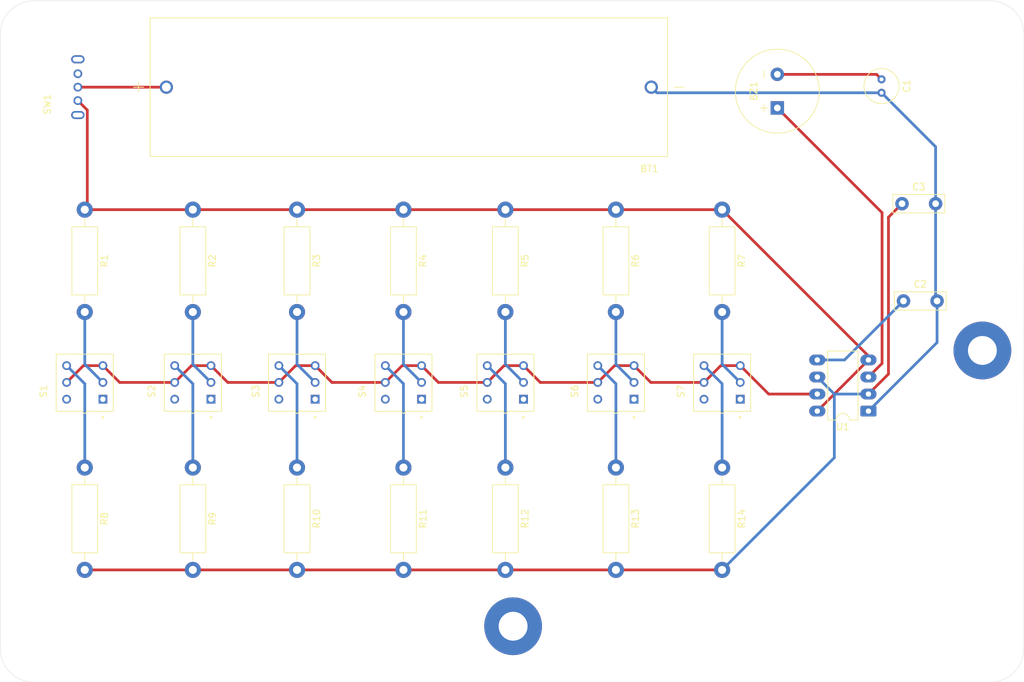
<source format=kicad_pcb>
(kicad_pcb (version 20241229) (generator "pcbnew") (generator_version "9.0")
  (layers (0 "F.Cu" signal) (2 "B.Cu" signal) (13 "F.Paste" user) (15 "B.Paste" user) (5 "F.SilkS" user "F.Silkscreen") (7 "B.SilkS" user "B.Silkscreen") (1 "F.Mask" user) (3 "B.Mask" user) (25 "Edge.Cuts" user))
  (net 0 "")
  (net 1 "GND")
  (net 2 "Net-(BZ1-+)")
  (net 3 "Net-(BZ1--)")
  (net 4 "Net-(U1-CV)")
  (net 5 "Net-(U1-THR)")
  (net 6 "Net-(R1-Pad2)")
  (net 7 "Net-(R3-Pad2)")
  (net 8 "Net-(R5-Pad2)")
  (net 9 "Net-(R7-Pad2)")
  (net 10 "Net-(R8-Pad1)")
  (net 11 "Net-(R10-Pad1)")
  (net 12 "Net-(R12-Pad1)")
  (net 13 "Net-(R14-Pad1)")
  (net 14 "Net-(U1-DIS)")
  (net 29 "Net-(SW1-B)")
  (net 30 "Net-(SW1-C)")
  (net 31 "Net-(R2-Pad2)")
  (net 32 "Net-(R4-Pad2)")
  (net 33 "Net-(R6-Pad2)")
  (net 34 "Net-(R9-Pad1)")
  (net 35 "Net-(R11-Pad1)")
  (net 36 "Net-(R13-Pad1)")
  (footprint "1043:BAT_1043" (layer "F.Cu") (at 73.01 24.85 180)
    (property "Reference" "BT1" (at -35.825 -12.135 0) (layer "F.SilkS"))
    (property "Value" "1043")
    (fp_line (start 40.25 0.75) (end 40.25 -0.75) (stroke (width 0.127)) (layer "F.SilkS"))
    (fp_line (start 39.5 0) (end 41 0) (stroke (width 0.127)) (layer "F.SilkS"))
    (fp_line (start 38.525 10.325) (end 38.525 -10.325) (stroke (width 0.127)) (layer "F.SilkS"))
    (fp_line (start 38.525 -10.325) (end -38.525 -10.325) (stroke (width 0.127)) (layer "F.SilkS"))
    (fp_line (start -38.525 10.325) (end 38.525 10.325) (stroke (width 0.127)) (layer "F.SilkS"))
    (fp_line (start -38.525 -10.325) (end -38.525 10.325) (stroke (width 0.127)) (layer "F.SilkS"))
    (fp_line (start -39.5 0) (end -41 0) (stroke (width 0.127)) (layer "F.SilkS"))
    (pad "" np_thru_hole circle (at -27.29 7.87 180) (size 3.55 3.55) (drill 3.55) (layers "*.Cu" "*.Mask"))
    (pad "" np_thru_hole circle (at 27.91 -7.87 180) (size 3.55 3.55) (drill 3.55) (layers "*.Cu" "*.Mask"))
    (pad "" np_thru_hole circle (at 36.11 7.87 180) (size 2.39 2.39) (drill 2.39) (layers "*.Cu" "*.Mask"))
    (pad "N" thru_hole circle (at -36.11 0 180) (size 1.98 1.98) (drill 1.32) (layers "*.Cu" "*.Mask") (net 1 "GND"))
    (pad "P" thru_hole circle (at 36.11 0 180) (size 1.98 1.98) (drill 1.32) (layers "*.Cu" "*.Mask") (net 29 "Net-(SW1-B)"))
  )
  (footprint "TL2201EEYA:SW_TL2201EEYA" (layer "F.Cu") (at 119.67 68.87 90)
    (property "Reference" "S7" (at -1.275 -6.135 90) (layer "F.SilkS"))
    (property "Value" "TL2201EEYA")
    (fp_line (start 4.25 -4.25) (end -4.25 -4.25) (stroke (width 0.127)) (layer "F.SilkS"))
    (fp_line (start -4.25 -4.25) (end -4.25 -0.3) (stroke (width 0.127)) (layer "F.SilkS"))
    (fp_line (start 4.25 4.25) (end 4.25 -4.25) (stroke (width 0.127)) (layer "F.SilkS"))
    (fp_line (start -4.25 4.25) (end -4.25 0.3) (stroke (width 0.127)) (layer "F.SilkS"))
    (fp_line (start -4.25 4.25) (end 4.25 4.25) (stroke (width 0.127)) (layer "F.SilkS"))
    (fp_arc (start -4.55 0) (mid -4.462132 -0.212132) (end -4.25 -0.3) (stroke (width 0.127)) (layer "F.SilkS"))
    (fp_arc (start -4.25 0.3) (mid -4.462132 0.212132) (end -4.55 0) (stroke (width 0.127)) (layer "F.SilkS"))
    (fp_circle (center -5.15 2.7) (end -5.05 2.7) (stroke (width 0.2)) (fill no) (layer "F.SilkS"))
    (pad "1" thru_hole rect (at -2.45 2.7 90) (size 1.308 1.308) (drill 0.8) (layers "*.Cu" "*.Mask"))
    (pad "2" thru_hole circle (at 0.05 2.7 90) (size 1.308 1.308) (drill 0.8) (layers "*.Cu" "*.Mask") (net 9 "Net-(R7-Pad2)"))
    (pad "3" thru_hole circle (at 2.55 2.7 90) (size 1.308 1.308) (drill 0.8) (layers "*.Cu" "*.Mask") (net 14 "Net-(U1-DIS)"))
    (pad "4" thru_hole circle (at -2.45 -2.7 90) (size 1.308 1.308) (drill 0.8) (layers "*.Cu" "*.Mask"))
    (pad "5" thru_hole circle (at 0.05 -2.7 90) (size 1.308 1.308) (drill 0.8) (layers "*.Cu" "*.Mask") (net 14 "Net-(U1-DIS)"))
    (pad "6" thru_hole circle (at 2.55 -2.7 90) (size 1.308 1.308) (drill 0.8) (layers "*.Cu" "*.Mask") (net 13 "Net-(R14-Pad1)"))
  )
  (footprint "Resistor_THT:R_Axial_DIN0411_L9.9mm_D3.6mm_P15.24mm_Horizontal" (layer "F.Cu") (at 40.845 81.5 -90)
    (property "Reference" "R9" (at 7.62 -2.92 90) (layer "F.SilkS"))
    (property "Value" "24k")
    (fp_line (start 1.44 0) (end 2.55 0) (stroke (width 0.12)) (layer "F.SilkS"))
    (fp_line (start 13.8 0) (end 12.69 0) (stroke (width 0.12)) (layer "F.SilkS"))
    (fp_rect (start 2.55 -1.92) (end 12.69 1.92) (stroke (width 0.12)) (fill no) (layer "F.SilkS"))
    (pad "1" thru_hole circle (at 0 0 270) (size 2.4 2.4) (drill 1.2) (layers "*.Cu" "*.Mask") (net 34 "Net-(R9-Pad1)"))
    (pad "2" thru_hole circle (at 15.24 0 270) (size 2.4 2.4) (drill 1.2) (layers "*.Cu" "*.Mask") (net 5 "Net-(U1-THR)"))
  )
  (footprint "Resistor_THT:R_Axial_DIN0411_L9.9mm_D3.6mm_P15.24mm_Horizontal" (layer "F.Cu") (at 24.75 43.09 -90)
    (property "Reference" "R1" (at 7.62 -2.92 90) (layer "F.SilkS"))
    (property "Value" "910")
    (fp_line (start 1.44 0) (end 2.55 0) (stroke (width 0.12)) (layer "F.SilkS"))
    (fp_line (start 13.8 0) (end 12.69 0) (stroke (width 0.12)) (layer "F.SilkS"))
    (fp_rect (start 2.55 -1.92) (end 12.69 1.92) (stroke (width 0.12)) (fill no) (layer "F.SilkS"))
    (pad "1" thru_hole circle (at 0 0 270) (size 2.4 2.4) (drill 1.2) (layers "*.Cu" "*.Mask") (net 30 "Net-(SW1-C)"))
    (pad "2" thru_hole circle (at 15.24 0 270) (size 2.4 2.4) (drill 1.2) (layers "*.Cu" "*.Mask") (net 6 "Net-(R1-Pad2)"))
  )
  (footprint "Swadge-Parts:1825232-1" (layer "F.Cu") (at 23.72 24.85 -90)
    (property "Reference" "SW1" (at 2.55 4.55 90) (layer "F.SilkS"))
    (property "Value" "SW_SPDT_1825232-1")
    (pad "1" thru_hole circle (at -2 0 270) (size 1.3 1.3) (drill 0.8) (layers "*.Cu" "*.Mask"))
    (pad "2" thru_hole circle (at 0 0 270) (size 1.3 1.3) (drill 0.8) (layers "*.Cu" "*.Mask") (net 29 "Net-(SW1-B)"))
    (pad "3" thru_hole circle (at 2 0 270) (size 1.3 1.3) (drill 0.8) (layers "*.Cu" "*.Mask") (net 30 "Net-(SW1-C)"))
    (pad "4" thru_hole oval (at -4.15 0 270) (size 1.2 2) (drill oval 0.7 1.5) (layers "*.Cu" "*.Mask"))
    (pad "5" thru_hole oval (at 4.15 0 270) (size 1.2 2) (drill oval 0.7 1.5) (layers "*.Cu" "*.Mask"))
  )
  (footprint "Resistor_THT:R_Axial_DIN0411_L9.9mm_D3.6mm_P15.24mm_Horizontal" (layer "F.Cu") (at 119.67 43.09 -90)
    (property "Reference" "R7" (at 7.62 -2.92 90) (layer "F.SilkS"))
    (property "Value" "910")
    (fp_line (start 1.44 0) (end 2.55 0) (stroke (width 0.12)) (layer "F.SilkS"))
    (fp_line (start 13.8 0) (end 12.69 0) (stroke (width 0.12)) (layer "F.SilkS"))
    (fp_rect (start 2.55 -1.92) (end 12.69 1.92) (stroke (width 0.12)) (fill no) (layer "F.SilkS"))
    (pad "1" thru_hole circle (at 0 0 270) (size 2.4 2.4) (drill 1.2) (layers "*.Cu" "*.Mask") (net 30 "Net-(SW1-C)"))
    (pad "2" thru_hole circle (at 15.24 0 270) (size 2.4 2.4) (drill 1.2) (layers "*.Cu" "*.Mask") (net 9 "Net-(R7-Pad2)"))
  )
  (footprint "Capacitor_THT:C_Disc_D7.5mm_W2.5mm_P5.00mm" (layer "F.Cu") (at 146.68 56.69)
    (property "Reference" "C2" (at 2.5 -2.5 0) (layer "F.SilkS"))
    (property "Value" "10n")
    (fp_line (start -1.37 -1.37) (end 6.37 -1.37) (stroke (width 0.12)) (layer "F.SilkS"))
    (fp_line (start -1.37 1.37) (end -1.37 -1.37) (stroke (width 0.12)) (layer "F.SilkS"))
    (fp_line (start 6.37 -1.37) (end 6.37 1.37) (stroke (width 0.12)) (layer "F.SilkS"))
    (fp_line (start 6.37 1.37) (end -1.37 1.37) (stroke (width 0.12)) (layer "F.SilkS"))
    (pad "1" thru_hole circle (at 0 0) (size 2 2) (drill 1) (layers "*.Cu" "*.Mask") (net 4 "Net-(U1-CV)"))
    (pad "2" thru_hole circle (at 5 0) (size 2 2) (drill 1) (layers "*.Cu" "*.Mask") (net 1 "GND"))
  )
  (footprint "Resistor_THT:R_Axial_DIN0411_L9.9mm_D3.6mm_P15.24mm_Horizontal" (layer "F.Cu") (at 72.21 81.5 -90)
    (property "Reference" "R11" (at 7.62 -2.92 90) (layer "F.SilkS"))
    (property "Value" "20k")
    (fp_line (start 1.44 0) (end 2.55 0) (stroke (width 0.12)) (layer "F.SilkS"))
    (fp_line (start 13.8 0) (end 12.69 0) (stroke (width 0.12)) (layer "F.SilkS"))
    (fp_rect (start 2.55 -1.92) (end 12.69 1.92) (stroke (width 0.12)) (fill no) (layer "F.SilkS"))
    (pad "1" thru_hole circle (at 0 0 270) (size 2.4 2.4) (drill 1.2) (layers "*.Cu" "*.Mask") (net 35 "Net-(R11-Pad1)"))
    (pad "2" thru_hole circle (at 15.24 0 270) (size 2.4 2.4) (drill 1.2) (layers "*.Cu" "*.Mask") (net 5 "Net-(U1-THR)"))
  )
  (footprint "Resistor_THT:R_Axial_DIN0411_L9.9mm_D3.6mm_P15.24mm_Horizontal" (layer "F.Cu") (at 56.36 81.5 -90)
    (property "Reference" "R10" (at 7.62 -2.92 90) (layer "F.SilkS"))
    (property "Value" "22k")
    (fp_line (start 1.44 0) (end 2.55 0) (stroke (width 0.12)) (layer "F.SilkS"))
    (fp_line (start 13.8 0) (end 12.69 0) (stroke (width 0.12)) (layer "F.SilkS"))
    (fp_rect (start 2.55 -1.92) (end 12.69 1.92) (stroke (width 0.12)) (fill no) (layer "F.SilkS"))
    (pad "1" thru_hole circle (at 0 0 270) (size 2.4 2.4) (drill 1.2) (layers "*.Cu" "*.Mask") (net 11 "Net-(R10-Pad1)"))
    (pad "2" thru_hole circle (at 15.24 0 270) (size 2.4 2.4) (drill 1.2) (layers "*.Cu" "*.Mask") (net 5 "Net-(U1-THR)"))
  )
  (footprint "TL2201EEYA:SW_TL2201EEYA" (layer "F.Cu") (at 56.36 68.87 90)
    (property "Reference" "S3" (at -1.275 -6.135 90) (layer "F.SilkS"))
    (property "Value" "TL2201EEYA")
    (fp_line (start 4.25 -4.25) (end -4.25 -4.25) (stroke (width 0.127)) (layer "F.SilkS"))
    (fp_line (start -4.25 -4.25) (end -4.25 -0.3) (stroke (width 0.127)) (layer "F.SilkS"))
    (fp_line (start 4.25 4.25) (end 4.25 -4.25) (stroke (width 0.127)) (layer "F.SilkS"))
    (fp_line (start -4.25 4.25) (end -4.25 0.3) (stroke (width 0.127)) (layer "F.SilkS"))
    (fp_line (start -4.25 4.25) (end 4.25 4.25) (stroke (width 0.127)) (layer "F.SilkS"))
    (fp_arc (start -4.55 0) (mid -4.462132 -0.212132) (end -4.25 -0.3) (stroke (width 0.127)) (layer "F.SilkS"))
    (fp_arc (start -4.25 0.3) (mid -4.462132 0.212132) (end -4.55 0) (stroke (width 0.127)) (layer "F.SilkS"))
    (fp_circle (center -5.15 2.7) (end -5.05 2.7) (stroke (width 0.2)) (fill no) (layer "F.SilkS"))
    (pad "1" thru_hole rect (at -2.45 2.7 90) (size 1.308 1.308) (drill 0.8) (layers "*.Cu" "*.Mask"))
    (pad "2" thru_hole circle (at 0.05 2.7 90) (size 1.308 1.308) (drill 0.8) (layers "*.Cu" "*.Mask") (net 7 "Net-(R3-Pad2)"))
    (pad "3" thru_hole circle (at 2.55 2.7 90) (size 1.308 1.308) (drill 0.8) (layers "*.Cu" "*.Mask") (net 14 "Net-(U1-DIS)"))
    (pad "4" thru_hole circle (at -2.45 -2.7 90) (size 1.308 1.308) (drill 0.8) (layers "*.Cu" "*.Mask"))
    (pad "5" thru_hole circle (at 0.05 -2.7 90) (size 1.308 1.308) (drill 0.8) (layers "*.Cu" "*.Mask") (net 14 "Net-(U1-DIS)"))
    (pad "6" thru_hole circle (at 2.55 -2.7 90) (size 1.308 1.308) (drill 0.8) (layers "*.Cu" "*.Mask") (net 11 "Net-(R10-Pad1)"))
  )
  (footprint "TL2201EEYA:SW_TL2201EEYA" (layer "F.Cu") (at 103.85 68.87 90)
    (property "Reference" "S6" (at -1.275 -6.135 90) (layer "F.SilkS"))
    (property "Value" "TL2201EEYA")
    (fp_line (start 4.25 -4.25) (end -4.25 -4.25) (stroke (width 0.127)) (layer "F.SilkS"))
    (fp_line (start -4.25 -4.25) (end -4.25 -0.3) (stroke (width 0.127)) (layer "F.SilkS"))
    (fp_line (start 4.25 4.25) (end 4.25 -4.25) (stroke (width 0.127)) (layer "F.SilkS"))
    (fp_line (start -4.25 4.25) (end -4.25 0.3) (stroke (width 0.127)) (layer "F.SilkS"))
    (fp_line (start -4.25 4.25) (end 4.25 4.25) (stroke (width 0.127)) (layer "F.SilkS"))
    (fp_arc (start -4.55 0) (mid -4.462132 -0.212132) (end -4.25 -0.3) (stroke (width 0.127)) (layer "F.SilkS"))
    (fp_arc (start -4.25 0.3) (mid -4.462132 0.212132) (end -4.55 0) (stroke (width 0.127)) (layer "F.SilkS"))
    (fp_circle (center -5.15 2.7) (end -5.05 2.7) (stroke (width 0.2)) (fill no) (layer "F.SilkS"))
    (pad "1" thru_hole rect (at -2.45 2.7 90) (size 1.308 1.308) (drill 0.8) (layers "*.Cu" "*.Mask"))
    (pad "2" thru_hole circle (at 0.05 2.7 90) (size 1.308 1.308) (drill 0.8) (layers "*.Cu" "*.Mask") (net 33 "Net-(R6-Pad2)"))
    (pad "3" thru_hole circle (at 2.55 2.7 90) (size 1.308 1.308) (drill 0.8) (layers "*.Cu" "*.Mask") (net 14 "Net-(U1-DIS)"))
    (pad "4" thru_hole circle (at -2.45 -2.7 90) (size 1.308 1.308) (drill 0.8) (layers "*.Cu" "*.Mask"))
    (pad "5" thru_hole circle (at 0.05 -2.7 90) (size 1.308 1.308) (drill 0.8) (layers "*.Cu" "*.Mask") (net 14 "Net-(U1-DIS)"))
    (pad "6" thru_hole circle (at 2.55 -2.7 90) (size 1.308 1.308) (drill 0.8) (layers "*.Cu" "*.Mask") (net 36 "Net-(R13-Pad1)"))
  )
  (footprint "Package_DIP:DIP-8_W7.62mm_LongPads" (layer "F.Cu") (at 141.46 73.0925 180)
    (property "Reference" "U1" (at 3.81 -2.33 0) (layer "F.SilkS"))
    (property "Value" "SA555P")
    (fp_line (start 6.06 8.95) (end 6.06 -1.33) (stroke (width 0.12)) (layer "F.SilkS"))
    (fp_line (start 6.06 -1.33) (end 4.81 -1.33) (stroke (width 0.12)) (layer "F.SilkS"))
    (fp_line (start 2.81 -1.33) (end 1.56 -1.33) (stroke (width 0.12)) (layer "F.SilkS"))
    (fp_line (start 1.56 8.95) (end 6.06 8.95) (stroke (width 0.12)) (layer "F.SilkS"))
    (fp_line (start 1.56 -1.33) (end 1.56 8.95) (stroke (width 0.12)) (layer "F.SilkS"))
    (fp_arc (start 4.81 -1.33) (mid 3.81 -0.33) (end 2.81 -1.33) (stroke (width 0.12)) (layer "F.SilkS"))
    (pad "1" thru_hole roundrect (at 0 0 180) (size 2.4 1.6) (drill 0.8) (layers "*.Cu" "*.Mask") (roundrect_rratio 0.15625) (net 1 "GND"))
    (pad "2" thru_hole oval (at 0 2.54 180) (size 2.4 1.6) (drill 0.8) (layers "*.Cu" "*.Mask") (net 5 "Net-(U1-THR)"))
    (pad "3" thru_hole oval (at 0 5.08 180) (size 2.4 1.6) (drill 0.8) (layers "*.Cu" "*.Mask") (net 3 "Net-(BZ1--)"))
    (pad "4" thru_hole oval (at 0 7.62 180) (size 2.4 1.6) (drill 0.8) (layers "*.Cu" "*.Mask") (net 30 "Net-(SW1-C)"))
    (pad "5" thru_hole oval (at 7.62 7.62 180) (size 2.4 1.6) (drill 0.8) (layers "*.Cu" "*.Mask") (net 4 "Net-(U1-CV)"))
    (pad "6" thru_hole oval (at 7.62 5.08 180) (size 2.4 1.6) (drill 0.8) (layers "*.Cu" "*.Mask") (net 5 "Net-(U1-THR)"))
    (pad "7" thru_hole oval (at 7.62 2.54 180) (size 2.4 1.6) (drill 0.8) (layers "*.Cu" "*.Mask") (net 14 "Net-(U1-DIS)"))
    (pad "8" thru_hole oval (at 7.62 0 180) (size 2.4 1.6) (drill 0.8) (layers "*.Cu" "*.Mask") (net 30 "Net-(SW1-C)"))
  )
  (footprint "Resistor_THT:R_Axial_DIN0411_L9.9mm_D3.6mm_P15.24mm_Horizontal" (layer "F.Cu") (at 119.67 81.5 -90)
    (property "Reference" "R14" (at 7.62 -2.92 90) (layer "F.SilkS"))
    (property "Value" "14k")
    (fp_line (start 1.44 0) (end 2.55 0) (stroke (width 0.12)) (layer "F.SilkS"))
    (fp_line (start 13.8 0) (end 12.69 0) (stroke (width 0.12)) (layer "F.SilkS"))
    (fp_rect (start 2.55 -1.92) (end 12.69 1.92) (stroke (width 0.12)) (fill no) (layer "F.SilkS"))
    (pad "1" thru_hole circle (at 0 0 270) (size 2.4 2.4) (drill 1.2) (layers "*.Cu" "*.Mask") (net 13 "Net-(R14-Pad1)"))
    (pad "2" thru_hole circle (at 15.24 0 270) (size 2.4 2.4) (drill 1.2) (layers "*.Cu" "*.Mask") (net 5 "Net-(U1-THR)"))
  )
  (footprint "TL2201EEYA:SW_TL2201EEYA" (layer "F.Cu") (at 24.75 68.87 90)
    (property "Reference" "S1" (at -1.275 -6.135 90) (layer "F.SilkS"))
    (property "Value" "TL2201EEYA")
    (fp_line (start 4.25 -4.25) (end -4.25 -4.25) (stroke (width 0.127)) (layer "F.SilkS"))
    (fp_line (start -4.25 -4.25) (end -4.25 -0.3) (stroke (width 0.127)) (layer "F.SilkS"))
    (fp_line (start 4.25 4.25) (end 4.25 -4.25) (stroke (width 0.127)) (layer "F.SilkS"))
    (fp_line (start -4.25 4.25) (end -4.25 0.3) (stroke (width 0.127)) (layer "F.SilkS"))
    (fp_line (start -4.25 4.25) (end 4.25 4.25) (stroke (width 0.127)) (layer "F.SilkS"))
    (fp_arc (start -4.55 0) (mid -4.462132 -0.212132) (end -4.25 -0.3) (stroke (width 0.127)) (layer "F.SilkS"))
    (fp_arc (start -4.25 0.3) (mid -4.462132 0.212132) (end -4.55 0) (stroke (width 0.127)) (layer "F.SilkS"))
    (fp_circle (center -5.15 2.7) (end -5.05 2.7) (stroke (width 0.2)) (fill no) (layer "F.SilkS"))
    (pad "1" thru_hole rect (at -2.45 2.7 90) (size 1.308 1.308) (drill 0.8) (layers "*.Cu" "*.Mask"))
    (pad "2" thru_hole circle (at 0.05 2.7 90) (size 1.308 1.308) (drill 0.8) (layers "*.Cu" "*.Mask") (net 6 "Net-(R1-Pad2)"))
    (pad "3" thru_hole circle (at 2.55 2.7 90) (size 1.308 1.308) (drill 0.8) (layers "*.Cu" "*.Mask") (net 14 "Net-(U1-DIS)"))
    (pad "4" thru_hole circle (at -2.45 -2.7 90) (size 1.308 1.308) (drill 0.8) (layers "*.Cu" "*.Mask"))
    (pad "5" thru_hole circle (at 0.05 -2.7 90) (size 1.308 1.308) (drill 0.8) (layers "*.Cu" "*.Mask") (net 14 "Net-(U1-DIS)"))
    (pad "6" thru_hole circle (at 2.55 -2.7 90) (size 1.308 1.308) (drill 0.8) (layers "*.Cu" "*.Mask") (net 10 "Net-(R8-Pad1)"))
  )
  (footprint "Capacitor_THT:C_Radial_D5.0mm_H7.0mm_P2.00mm" (layer "F.Cu") (at 143.41 23.68 -90)
    (property "Reference" "C1" (at 1 -3.75 90) (layer "F.SilkS"))
    (property "Value" "10u")
    (fp_circle (center 1 0) (end 3.62 0) (stroke (width 0.12)) (fill no) (layer "F.SilkS"))
    (pad "1" thru_hole circle (at 0 0 270) (size 1.2 1.2) (drill 0.6) (layers "*.Cu" "*.Mask") (net 2 "Net-(BZ1-+)"))
    (pad "2" thru_hole circle (at 2 0 270) (size 1.2 1.2) (drill 0.6) (layers "*.Cu" "*.Mask") (net 1 "GND"))
  )
  (footprint "MountingHole:MountingHole_4.3mm_M4_Pad" (layer "F.Cu") (at 158.43 64.06 90)
    (property "Reference" "REF**" (hide yes))
    (property "Value" "MountingHole_4.3mm_M4_Pad" (hide yes))
    (pad "1" thru_hole circle (at 0 0 90) (size 8.6 8.6) (drill 4.3) (layers "*.Cu" "*.Mask"))
  )
  (footprint "Resistor_THT:R_Axial_DIN0411_L9.9mm_D3.6mm_P15.24mm_Horizontal" (layer "F.Cu") (at 87.39 43.09 -90)
    (property "Reference" "R5" (at 7.62 -2.92 90) (layer "F.SilkS"))
    (property "Value" "910")
    (fp_line (start 1.44 0) (end 2.55 0) (stroke (width 0.12)) (layer "F.SilkS"))
    (fp_line (start 13.8 0) (end 12.69 0) (stroke (width 0.12)) (layer "F.SilkS"))
    (fp_rect (start 2.55 -1.92) (end 12.69 1.92) (stroke (width 0.12)) (fill no) (layer "F.SilkS"))
    (pad "1" thru_hole circle (at 0 0 270) (size 2.4 2.4) (drill 1.2) (layers "*.Cu" "*.Mask") (net 30 "Net-(SW1-C)"))
    (pad "2" thru_hole circle (at 15.24 0 270) (size 2.4 2.4) (drill 1.2) (layers "*.Cu" "*.Mask") (net 8 "Net-(R5-Pad2)"))
  )
  (footprint "Resistor_THT:R_Axial_DIN0411_L9.9mm_D3.6mm_P15.24mm_Horizontal" (layer "F.Cu") (at 103.85 81.5 -90)
    (property "Reference" "R13" (at 7.62 -2.92 90) (layer "F.SilkS"))
    (property "Value" "16k")
    (fp_line (start 1.44 0) (end 2.55 0) (stroke (width 0.12)) (layer "F.SilkS"))
    (fp_line (start 13.8 0) (end 12.69 0) (stroke (width 0.12)) (layer "F.SilkS"))
    (fp_rect (start 2.55 -1.92) (end 12.69 1.92) (stroke (width 0.12)) (fill no) (layer "F.SilkS"))
    (pad "1" thru_hole circle (at 0 0 270) (size 2.4 2.4) (drill 1.2) (layers "*.Cu" "*.Mask") (net 36 "Net-(R13-Pad1)"))
    (pad "2" thru_hole circle (at 15.24 0 270) (size 2.4 2.4) (drill 1.2) (layers "*.Cu" "*.Mask") (net 5 "Net-(U1-THR)"))
  )
  (footprint "Resistor_THT:R_Axial_DIN0411_L9.9mm_D3.6mm_P15.24mm_Horizontal" (layer "F.Cu") (at 24.75 81.5 -90)
    (property "Reference" "R8" (at 7.62 -2.92 90) (layer "F.SilkS"))
    (property "Value" "27k")
    (fp_line (start 1.44 0) (end 2.55 0) (stroke (width 0.12)) (layer "F.SilkS"))
    (fp_line (start 13.8 0) (end 12.69 0) (stroke (width 0.12)) (layer "F.SilkS"))
    (fp_rect (start 2.55 -1.92) (end 12.69 1.92) (stroke (width 0.12)) (fill no) (layer "F.SilkS"))
    (pad "1" thru_hole circle (at 0 0 270) (size 2.4 2.4) (drill 1.2) (layers "*.Cu" "*.Mask") (net 10 "Net-(R8-Pad1)"))
    (pad "2" thru_hole circle (at 15.24 0 270) (size 2.4 2.4) (drill 1.2) (layers "*.Cu" "*.Mask") (net 5 "Net-(U1-THR)"))
  )
  (footprint "Capacitor_THT:C_Disc_D7.5mm_W2.5mm_P5.00mm" (layer "F.Cu") (at 146.46 42.2)
    (property "Reference" "C3" (at 2.5 -2.5 0) (layer "F.SilkS"))
    (property "Value" "100n")
    (fp_line (start -1.37 -1.37) (end 6.37 -1.37) (stroke (width 0.12)) (layer "F.SilkS"))
    (fp_line (start -1.37 1.37) (end -1.37 -1.37) (stroke (width 0.12)) (layer "F.SilkS"))
    (fp_line (start 6.37 -1.37) (end 6.37 1.37) (stroke (width 0.12)) (layer "F.SilkS"))
    (fp_line (start 6.37 1.37) (end -1.37 1.37) (stroke (width 0.12)) (layer "F.SilkS"))
    (pad "1" thru_hole circle (at 0 0) (size 2 2) (drill 1) (layers "*.Cu" "*.Mask") (net 5 "Net-(U1-THR)"))
    (pad "2" thru_hole circle (at 5 0) (size 2 2) (drill 1) (layers "*.Cu" "*.Mask") (net 1 "GND"))
  )
  (footprint "MountingHole:MountingHole_4.3mm_M4_Pad" (layer "F.Cu") (at 88.54 105.13 90)
    (property "Reference" "REF**" (hide yes))
    (property "Value" "MountingHole_4.3mm_M4_Pad" (hide yes))
    (pad "1" thru_hole circle (at 0 0 90) (size 8.6 8.6) (drill 4.3) (layers "*.Cu" "*.Mask"))
  )
  (footprint "Resistor_THT:R_Axial_DIN0411_L9.9mm_D3.6mm_P15.24mm_Horizontal" (layer "F.Cu") (at 72.21 43.09 -90)
    (property "Reference" "R4" (at 7.62 -2.92 90) (layer "F.SilkS"))
    (property "Value" "910")
    (fp_line (start 1.44 0) (end 2.55 0) (stroke (width 0.12)) (layer "F.SilkS"))
    (fp_line (start 13.8 0) (end 12.69 0) (stroke (width 0.12)) (layer "F.SilkS"))
    (fp_rect (start 2.55 -1.92) (end 12.69 1.92) (stroke (width 0.12)) (fill no) (layer "F.SilkS"))
    (pad "1" thru_hole circle (at 0 0 270) (size 2.4 2.4) (drill 1.2) (layers "*.Cu" "*.Mask") (net 30 "Net-(SW1-C)"))
    (pad "2" thru_hole circle (at 15.24 0 270) (size 2.4 2.4) (drill 1.2) (layers "*.Cu" "*.Mask") (net 32 "Net-(R4-Pad2)"))
  )
  (footprint "TL2201EEYA:SW_TL2201EEYA" (layer "F.Cu") (at 87.39 68.87 90)
    (property "Reference" "S5" (at -1.275 -6.135 90) (layer "F.SilkS"))
    (property "Value" "TL2201EEYA")
    (fp_line (start 4.25 -4.25) (end -4.25 -4.25) (stroke (width 0.127)) (layer "F.SilkS"))
    (fp_line (start -4.25 -4.25) (end -4.25 -0.3) (stroke (width 0.127)) (layer "F.SilkS"))
    (fp_line (start 4.25 4.25) (end 4.25 -4.25) (stroke (width 0.127)) (layer "F.SilkS"))
    (fp_line (start -4.25 4.25) (end -4.25 0.3) (stroke (width 0.127)) (layer "F.SilkS"))
    (fp_line (start -4.25 4.25) (end 4.25 4.25) (stroke (width 0.127)) (layer "F.SilkS"))
    (fp_arc (start -4.55 0) (mid -4.462132 -0.212132) (end -4.25 -0.3) (stroke (width 0.127)) (layer "F.SilkS"))
    (fp_arc (start -4.25 0.3) (mid -4.462132 0.212132) (end -4.55 0) (stroke (width 0.127)) (layer "F.SilkS"))
    (fp_circle (center -5.15 2.7) (end -5.05 2.7) (stroke (width 0.2)) (fill no) (layer "F.SilkS"))
    (pad "1" thru_hole rect (at -2.45 2.7 90) (size 1.308 1.308) (drill 0.8) (layers "*.Cu" "*.Mask"))
    (pad "2" thru_hole circle (at 0.05 2.7 90) (size 1.308 1.308) (drill 0.8) (layers "*.Cu" "*.Mask") (net 8 "Net-(R5-Pad2)"))
    (pad "3" thru_hole circle (at 2.55 2.7 90) (size 1.308 1.308) (drill 0.8) (layers "*.Cu" "*.Mask") (net 14 "Net-(U1-DIS)"))
    (pad "4" thru_hole circle (at -2.45 -2.7 90) (size 1.308 1.308) (drill 0.8) (layers "*.Cu" "*.Mask"))
    (pad "5" thru_hole circle (at 0.05 -2.7 90) (size 1.308 1.308) (drill 0.8) (layers "*.Cu" "*.Mask") (net 14 "Net-(U1-DIS)"))
    (pad "6" thru_hole circle (at 2.55 -2.7 90) (size 1.308 1.308) (drill 0.8) (layers "*.Cu" "*.Mask") (net 12 "Net-(R12-Pad1)"))
  )
  (footprint "TL2201EEYA:SW_TL2201EEYA" (layer "F.Cu") (at 72.21 68.87 90)
    (property "Reference" "S4" (at -1.275 -6.135 90) (layer "F.SilkS"))
    (property "Value" "TL2201EEYA")
    (fp_line (start 4.25 -4.25) (end -4.25 -4.25) (stroke (width 0.127)) (layer "F.SilkS"))
    (fp_line (start -4.25 -4.25) (end -4.25 -0.3) (stroke (width 0.127)) (layer "F.SilkS"))
    (fp_line (start 4.25 4.25) (end 4.25 -4.25) (stroke (width 0.127)) (layer "F.SilkS"))
    (fp_line (start -4.25 4.25) (end -4.25 0.3) (stroke (width 0.127)) (layer "F.SilkS"))
    (fp_line (start -4.25 4.25) (end 4.25 4.25) (stroke (width 0.127)) (layer "F.SilkS"))
    (fp_arc (start -4.55 0) (mid -4.462132 -0.212132) (end -4.25 -0.3) (stroke (width 0.127)) (layer "F.SilkS"))
    (fp_arc (start -4.25 0.3) (mid -4.462132 0.212132) (end -4.55 0) (stroke (width 0.127)) (layer "F.SilkS"))
    (fp_circle (center -5.15 2.7) (end -5.05 2.7) (stroke (width 0.2)) (fill no) (layer "F.SilkS"))
    (pad "1" thru_hole rect (at -2.45 2.7 90) (size 1.308 1.308) (drill 0.8) (layers "*.Cu" "*.Mask"))
    (pad "2" thru_hole circle (at 0.05 2.7 90) (size 1.308 1.308) (drill 0.8) (layers "*.Cu" "*.Mask") (net 32 "Net-(R4-Pad2)"))
    (pad "3" thru_hole circle (at 2.55 2.7 90) (size 1.308 1.308) (drill 0.8) (layers "*.Cu" "*.Mask") (net 14 "Net-(U1-DIS)"))
    (pad "4" thru_hole circle (at -2.45 -2.7 90) (size 1.308 1.308) (drill 0.8) (layers "*.Cu" "*.Mask"))
    (pad "5" thru_hole circle (at 0.05 -2.7 90) (size 1.308 1.308) (drill 0.8) (layers "*.Cu" "*.Mask") (net 14 "Net-(U1-DIS)"))
    (pad "6" thru_hole circle (at 2.55 -2.7 90) (size 1.308 1.308) (drill 0.8) (layers "*.Cu" "*.Mask") (net 35 "Net-(R11-Pad1)"))
  )
  (footprint "Resistor_THT:R_Axial_DIN0411_L9.9mm_D3.6mm_P15.24mm_Horizontal" (layer "F.Cu") (at 40.845 43.09 -90)
    (property "Reference" "R2" (at 7.62 -2.92 90) (layer "F.SilkS"))
    (property "Value" "910")
    (fp_line (start 1.44 0) (end 2.55 0) (stroke (width 0.12)) (layer "F.SilkS"))
    (fp_line (start 13.8 0) (end 12.69 0) (stroke (width 0.12)) (layer "F.SilkS"))
    (fp_rect (start 2.55 -1.92) (end 12.69 1.92) (stroke (width 0.12)) (fill no) (layer "F.SilkS"))
    (pad "1" thru_hole circle (at 0 0 270) (size 2.4 2.4) (drill 1.2) (layers "*.Cu" "*.Mask") (net 30 "Net-(SW1-C)"))
    (pad "2" thru_hole circle (at 15.24 0 270) (size 2.4 2.4) (drill 1.2) (layers "*.Cu" "*.Mask") (net 31 "Net-(R2-Pad2)"))
  )
  (footprint "Resistor_THT:R_Axial_DIN0411_L9.9mm_D3.6mm_P15.24mm_Horizontal" (layer "F.Cu") (at 103.85 43.09 -90)
    (property "Reference" "R6" (at 7.62 -2.92 90) (layer "F.SilkS"))
    (property "Value" "910")
    (fp_line (start 1.44 0) (end 2.55 0) (stroke (width 0.12)) (layer "F.SilkS"))
    (fp_line (start 13.8 0) (end 12.69 0) (stroke (width 0.12)) (layer "F.SilkS"))
    (fp_rect (start 2.55 -1.92) (end 12.69 1.92) (stroke (width 0.12)) (fill no) (layer "F.SilkS"))
    (pad "1" thru_hole circle (at 0 0 270) (size 2.4 2.4) (drill 1.2) (layers "*.Cu" "*.Mask") (net 30 "Net-(SW1-C)"))
    (pad "2" thru_hole circle (at 15.24 0 270) (size 2.4 2.4) (drill 1.2) (layers "*.Cu" "*.Mask") (net 33 "Net-(R6-Pad2)"))
  )
  (footprint "Resistor_THT:R_Axial_DIN0411_L9.9mm_D3.6mm_P15.24mm_Horizontal" (layer "F.Cu") (at 87.39 81.5 -90)
    (property "Reference" "R12" (at 7.62 -2.92 90) (layer "F.SilkS"))
    (property "Value" "18k")
    (fp_line (start 1.44 0) (end 2.55 0) (stroke (width 0.12)) (layer "F.SilkS"))
    (fp_line (start 13.8 0) (end 12.69 0) (stroke (width 0.12)) (layer "F.SilkS"))
    (fp_rect (start 2.55 -1.92) (end 12.69 1.92) (stroke (width 0.12)) (fill no) (layer "F.SilkS"))
    (pad "1" thru_hole circle (at 0 0 270) (size 2.4 2.4) (drill 1.2) (layers "*.Cu" "*.Mask") (net 12 "Net-(R12-Pad1)"))
    (pad "2" thru_hole circle (at 15.24 0 270) (size 2.4 2.4) (drill 1.2) (layers "*.Cu" "*.Mask") (net 5 "Net-(U1-THR)"))
  )
  (footprint "Resistor_THT:R_Axial_DIN0411_L9.9mm_D3.6mm_P15.24mm_Horizontal" (layer "F.Cu") (at 56.36 43.09 -90)
    (property "Reference" "R3" (at 7.62 -2.92 90) (layer "F.SilkS"))
    (property "Value" "910")
    (fp_line (start 1.44 0) (end 2.55 0) (stroke (width 0.12)) (layer "F.SilkS"))
    (fp_line (start 13.8 0) (end 12.69 0) (stroke (width 0.12)) (layer "F.SilkS"))
    (fp_rect (start 2.55 -1.92) (end 12.69 1.92) (stroke (width 0.12)) (fill no) (layer "F.SilkS"))
    (pad "1" thru_hole circle (at 0 0 270) (size 2.4 2.4) (drill 1.2) (layers "*.Cu" "*.Mask") (net 30 "Net-(SW1-C)"))
    (pad "2" thru_hole circle (at 15.24 0 270) (size 2.4 2.4) (drill 1.2) (layers "*.Cu" "*.Mask") (net 7 "Net-(R3-Pad2)"))
  )
  (footprint "TL2201EEYA:SW_TL2201EEYA" (layer "F.Cu") (at 40.845 68.87 90)
    (property "Reference" "S2" (at -1.275 -6.135 90) (layer "F.SilkS"))
    (property "Value" "TL2201EEYA")
    (fp_line (start 4.25 -4.25) (end -4.25 -4.25) (stroke (width 0.127)) (layer "F.SilkS"))
    (fp_line (start -4.25 -4.25) (end -4.25 -0.3) (stroke (width 0.127)) (layer "F.SilkS"))
    (fp_line (start 4.25 4.25) (end 4.25 -4.25) (stroke (width 0.127)) (layer "F.SilkS"))
    (fp_line (start -4.25 4.25) (end -4.25 0.3) (stroke (width 0.127)) (layer "F.SilkS"))
    (fp_line (start -4.25 4.25) (end 4.25 4.25) (stroke (width 0.127)) (layer "F.SilkS"))
    (fp_arc (start -4.55 0) (mid -4.462132 -0.212132) (end -4.25 -0.3) (stroke (width 0.127)) (layer "F.SilkS"))
    (fp_arc (start -4.25 0.3) (mid -4.462132 0.212132) (end -4.55 0) (stroke (width 0.127)) (layer "F.SilkS"))
    (fp_circle (center -5.15 2.7) (end -5.05 2.7) (stroke (width 0.2)) (fill no) (layer "F.SilkS"))
    (pad "1" thru_hole rect (at -2.45 2.7 90) (size 1.308 1.308) (drill 0.8) (layers "*.Cu" "*.Mask"))
    (pad "2" thru_hole circle (at 0.05 2.7 90) (size 1.308 1.308) (drill 0.8) (layers "*.Cu" "*.Mask") (net 31 "Net-(R2-Pad2)"))
    (pad "3" thru_hole circle (at 2.55 2.7 90) (size 1.308 1.308) (drill 0.8) (layers "*.Cu" "*.Mask") (net 14 "Net-(U1-DIS)"))
    (pad "4" thru_hole circle (at -2.45 -2.7 90) (size 1.308 1.308) (drill 0.8) (layers "*.Cu" "*.Mask"))
    (pad "5" thru_hole circle (at 0.05 -2.7 90) (size 1.308 1.308) (drill 0.8) (layers "*.Cu" "*.Mask") (net 14 "Net-(U1-DIS)"))
    (pad "6" thru_hole circle (at 2.55 -2.7 90) (size 1.308 1.308) (drill 0.8) (layers "*.Cu" "*.Mask") (net 34 "Net-(R9-Pad1)"))
  )
  (footprint "Swadge-Parts:Buzzer_12.5x7.5" (layer "F.Cu") (at 127.89 25.44 90)
    (property "Reference" "BZ1" (at 0 -3.5 90) (layer "F.SilkS"))
    (property "Value" "Buzzer")
    (fp_line (start -2.5 -2.5) (end -2.5 -1.5) (stroke (width 0.12)) (layer "F.SilkS"))
    (fp_line (start 2 -2) (end 3 -2) (stroke (width 0.12)) (layer "F.SilkS"))
    (fp_line (start -3 -2) (end -2 -2) (stroke (width 0.12)) (layer "F.SilkS"))
    (fp_circle (center 0 0) (end 6.25 0) (stroke (width 0.12)) (fill no) (layer "F.SilkS"))
    (pad "1" thru_hole rect (at -2.5 0 90) (size 2 2) (drill oval 1) (layers "*.Cu" "*.Mask") (net 3 "Net-(BZ1--)"))
    (pad "2" thru_hole circle (at 2.5 0 180) (size 2 2) (drill 1) (layers "*.Cu" "*.Mask") (net 2 "Net-(BZ1-+)"))
  )
  (gr_line (start 159.592535 113.45) (end 17.15 113.45) (stroke (width 0.05)) (layer "Edge.Cuts"))
  (gr_line (start 17.15 11.99) (end 159.62 11.99) (stroke (width 0.05)) (layer "Edge.Cuts"))
  (gr_arc (start 17.15 113.45) (mid 13.614466 111.985534) (end 12.15 108.45) (stroke (width 0.05)) (layer "Edge.Cuts"))
  (gr_arc (start 12.15 16.99) (mid 13.614466 13.454466) (end 17.15 11.99) (stroke (width 0.05)) (layer "Edge.Cuts"))
  (gr_line (start 164.62 16.990507) (end 164.610733 108.450507) (stroke (width 0.05)) (layer "Edge.Cuts"))
  (gr_arc (start 164.610733 108.450507) (mid 163.146267 111.985534) (end 159.592535 113.45) (stroke (width 0.05)) (layer "Edge.Cuts"))
  (gr_arc (start 159.62 11.99) (mid 163.155534 13.454466) (end 164.62 16.990507) (stroke (width 0.05)) (layer "Edge.Cuts"))
  (gr_line (start 12.15 108.45) (end 12.15 16.99) (stroke (width 0.05)) (layer "Edge.Cuts"))
  (segment (start 151.46 42.2) (end 151.46 56.47) (width 0.4064) (layer "B.Cu") (net 1))
  (segment (start 151.46 33.73) (end 151.46 42.2) (width 0.4064) (layer "B.Cu") (net 1))
  (segment (start 151.46 56.47) (end 151.68 56.69) (width 0.4064) (layer "B.Cu") (net 1))
  (segment (start 141.46 73.0925) (end 151.68 62.8725) (width 0.4064) (layer "B.Cu") (net 1))
  (segment (start 143.41 25.68) (end 151.46 33.73) (width 0.4064) (layer "B.Cu") (net 1))
  (segment (start 143.41 25.68) (end 109.95 25.68) (width 0.4064) (layer "B.Cu") (net 1))
  (segment (start 151.68 62.8725) (end 151.68 56.69) (width 0.4064) (layer "B.Cu") (net 1))
  (segment (start 109.95 25.68) (end 109.12 24.85) (width 0.4064) (layer "B.Cu") (net 1))
  (segment (start 143.41 23.68) (end 142.67 22.94) (width 0.4064) (layer "F.Cu") (net 2))
  (segment (start 142.67 22.94) (end 127.89 22.94) (width 0.4064) (layer "F.Cu") (net 2))
  (segment (start 143.49 43.54) (end 143.49 65.9825) (width 0.4064) (layer "F.Cu") (net 3))
  (segment (start 127.89 27.94) (end 143.49 43.54) (width 0.4064) (layer "F.Cu") (net 3))
  (segment (start 143.49 65.9825) (end 141.46 68.0125) (width 0.4064) (layer "F.Cu") (net 3))
  (segment (start 137.8975 65.4725) (end 146.68 56.69) (width 0.4064) (layer "B.Cu") (net 4))
  (segment (start 133.84 65.4725) (end 137.8975 65.4725) (width 0.4064) (layer "B.Cu") (net 4))
  (segment (start 144.44 67.5725) (end 141.46 70.5525) (width 0.4064) (layer "F.Cu") (net 5))
  (segment (start 24.75 96.74) (end 40.845 96.74) (width 0.4064) (layer "F.Cu") (net 5))
  (segment (start 146.46 42.2) (end 144.44 44.22) (width 0.4064) (layer "F.Cu") (net 5))
  (segment (start 72.21 96.74) (end 87.39 96.74) (width 0.4064) (layer "F.Cu") (net 5))
  (segment (start 103.85 96.74) (end 119.67 96.74) (width 0.4064) (layer "F.Cu") (net 5))
  (segment (start 40.845 96.74) (end 56.36 96.74) (width 0.4064) (layer "F.Cu") (net 5))
  (segment (start 144.44 44.22) (end 144.44 67.5725) (width 0.4064) (layer "F.Cu") (net 5))
  (segment (start 56.36 96.74) (end 72.21 96.74) (width 0.4064) (layer "F.Cu") (net 5))
  (segment (start 87.39 96.74) (end 103.85 96.74) (width 0.4064) (layer "F.Cu") (net 5))
  (segment (start 141.46 70.5525) (end 136.38 70.5525) (width 0.4064) (layer "B.Cu") (net 5))
  (segment (start 119.67 96.74) (end 136.38 80.03) (width 0.4064) (layer "B.Cu") (net 5))
  (segment (start 136.38 70.5525) (end 133.84 68.0125) (width 0.4064) (layer "B.Cu") (net 5))
  (segment (start 136.38 80.03) (end 136.38 70.5525) (width 0.4064) (layer "B.Cu") (net 5))
  (segment (start 24.75 66.12) (end 27.45 68.82) (width 0.4064) (layer "B.Cu") (net 6))
  (segment (start 24.75 58.33) (end 24.75 66.12) (width 0.4064) (layer "B.Cu") (net 6))
  (segment (start 56.36 58.33) (end 56.36 66.12) (width 0.4064) (layer "B.Cu") (net 7))
  (segment (start 56.36 66.12) (end 59.06 68.82) (width 0.4064) (layer "B.Cu") (net 7))
  (segment (start 87.39 66.12) (end 90.09 68.82) (width 0.4064) (layer "B.Cu") (net 8))
  (segment (start 87.39 58.33) (end 87.39 66.12) (width 0.4064) (layer "B.Cu") (net 8))
  (segment (start 119.67 58.33) (end 119.67 66.12) (width 0.4064) (layer "B.Cu") (net 9))
  (segment (start 119.67 66.12) (end 122.37 68.82) (width 0.4064) (layer "B.Cu") (net 9))
  (segment (start 22.05 66.32) (end 24.75 69.02) (width 0.4064) (layer "B.Cu") (net 10))
  (segment (start 24.75 69.02) (end 24.75 81.5) (width 0.4064) (layer "B.Cu") (net 10))
  (segment (start 56.36 81.5) (end 56.36 69.02) (width 0.4064) (layer "B.Cu") (net 11))
  (segment (start 56.36 69.02) (end 53.66 66.32) (width 0.4064) (layer "B.Cu") (net 11))
  (segment (start 84.69 66.32) (end 87.39 69.02) (width 0.4064) (layer "B.Cu") (net 12))
  (segment (start 87.39 69.02) (end 87.39 81.5) (width 0.4064) (layer "B.Cu") (net 12))
  (segment (start 119.67 69.02) (end 119.67 81.5) (width 0.4064) (layer "B.Cu") (net 13))
  (segment (start 116.97 66.32) (end 119.67 69.02) (width 0.4064) (layer "B.Cu") (net 13))
  (segment (start 61.56 68.82) (end 69.51 68.82) (width 0.4064) (layer "F.Cu") (net 14))
  (segment (start 126.6025 70.5525) (end 133.84 70.5525) (width 0.4064) (layer "F.Cu") (net 14))
  (segment (start 103.65 66.32) (end 106.55 66.32) (width 0.4064) (layer "F.Cu") (net 14))
  (segment (start 90.09 66.32) (end 92.59 68.82) (width 0.4064) (layer "F.Cu") (net 14))
  (segment (start 40.645 66.32) (end 43.545 66.32) (width 0.4064) (layer "F.Cu") (net 14))
  (segment (start 22.05 68.82) (end 24.55 66.32) (width 0.4064) (layer "F.Cu") (net 14))
  (segment (start 53.66 68.82) (end 56.16 66.32) (width 0.4064) (layer "F.Cu") (net 14))
  (segment (start 72.01 66.32) (end 74.91 66.32) (width 0.4064) (layer "F.Cu") (net 14))
  (segment (start 77.41 68.82) (end 84.69 68.82) (width 0.4064) (layer "F.Cu") (net 14))
  (segment (start 84.69 68.82) (end 87.19 66.32) (width 0.4064) (layer "F.Cu") (net 14))
  (segment (start 69.51 68.82) (end 72.01 66.32) (width 0.4064) (layer "F.Cu") (net 14))
  (segment (start 24.55 66.32) (end 27.45 66.32) (width 0.4064) (layer "F.Cu") (net 14))
  (segment (start 74.91 66.32) (end 77.41 68.82) (width 0.4064) (layer "F.Cu") (net 14))
  (segment (start 101.15 68.82) (end 103.65 66.32) (width 0.4064) (layer "F.Cu") (net 14))
  (segment (start 27.45 66.32) (end 29.95 68.82) (width 0.4064) (layer "F.Cu") (net 14))
  (segment (start 119.47 66.32) (end 122.37 66.32) (width 0.4064) (layer "F.Cu") (net 14))
  (segment (start 59.06 66.32) (end 61.56 68.82) (width 0.4064) (layer "F.Cu") (net 14))
  (segment (start 38.145 68.82) (end 40.645 66.32) (width 0.4064) (layer "F.Cu") (net 14))
  (segment (start 106.55 66.32) (end 109.05 68.82) (width 0.4064) (layer "F.Cu") (net 14))
  (segment (start 46.045 68.82) (end 53.66 68.82) (width 0.4064) (layer "F.Cu") (net 14))
  (segment (start 122.37 66.32) (end 126.6025 70.5525) (width 0.4064) (layer "F.Cu") (net 14))
  (segment (start 56.16 66.32) (end 59.06 66.32) (width 0.4064) (layer "F.Cu") (net 14))
  (segment (start 43.545 66.32) (end 46.045 68.82) (width 0.4064) (layer "F.Cu") (net 14))
  (segment (start 109.05 68.82) (end 116.97 68.82) (width 0.4064) (layer "F.Cu") (net 14))
  (segment (start 92.59 68.82) (end 101.15 68.82) (width 0.4064) (layer "F.Cu") (net 14))
  (segment (start 29.95 68.82) (end 38.145 68.82) (width 0.4064) (layer "F.Cu") (net 14))
  (segment (start 116.97 68.82) (end 119.47 66.32) (width 0.4064) (layer "F.Cu") (net 14))
  (segment (start 87.19 66.32) (end 90.09 66.32) (width 0.4064) (layer "F.Cu") (net 14))
  (segment (start 36.9 24.85) (end 23.72 24.85) (width 0.4064) (layer "F.Cu") (net 29))
  (segment (start 23.72 26.85) (end 25.1242 28.2542) (width 0.4064) (layer "F.Cu") (net 30))
  (segment (start 133.84 73.0925) (end 141.46 65.4725) (width 0.4064) (layer "F.Cu") (net 30))
  (segment (start 56.36 43.09) (end 40.845 43.09) (width 0.4064) (layer "F.Cu") (net 30))
  (segment (start 141.46 64.88) (end 119.67 43.09) (width 0.4064) (layer "F.Cu") (net 30))
  (segment (start 119.67 43.09) (end 103.85 43.09) (width 0.4064) (layer "F.Cu") (net 30))
  (segment (start 141.46 65.4725) (end 141.46 64.88) (width 0.4064) (layer "F.Cu") (net 30))
  (segment (start 25.1242 42.7158) (end 24.75 43.09) (width 0.4064) (layer "F.Cu") (net 30))
  (segment (start 72.21 43.09) (end 56.36 43.09) (width 0.4064) (layer "F.Cu") (net 30))
  (segment (start 103.85 43.09) (end 87.39 43.09) (width 0.4064) (layer "F.Cu") (net 30))
  (segment (start 40.845 43.09) (end 24.75 43.09) (width 0.4064) (layer "F.Cu") (net 30))
  (segment (start 87.39 43.09) (end 72.21 43.09) (width 0.4064) (layer "F.Cu") (net 30))
  (segment (start 25.1242 28.2542) (end 25.1242 42.7158) (width 0.4064) (layer "F.Cu") (net 30))
  (segment (start 40.845 58.33) (end 40.845 66.12) (width 0.4064) (layer "B.Cu") (net 31))
  (segment (start 40.845 66.12) (end 43.545 68.82) (width 0.4064) (layer "B.Cu") (net 31))
  (segment (start 72.21 58.33) (end 72.21 66.12) (width 0.4064) (layer "B.Cu") (net 32))
  (segment (start 72.21 66.12) (end 74.91 68.82) (width 0.4064) (layer "B.Cu") (net 32))
  (segment (start 103.85 66.12) (end 106.55 68.82) (width 0.4064) (layer "B.Cu") (net 33))
  (segment (start 103.85 58.33) (end 103.85 66.12) (width 0.4064) (layer "B.Cu") (net 33))
  (segment (start 40.845 69.02) (end 40.845 81.5) (width 0.4064) (layer "B.Cu") (net 34))
  (segment (start 38.145 66.32) (end 40.845 69.02) (width 0.4064) (layer "B.Cu") (net 34))
  (segment (start 69.51 66.32) (end 72.21 69.02) (width 0.4064) (layer "B.Cu") (net 35))
  (segment (start 72.21 69.02) (end 72.21 81.5) (width 0.4064) (layer "B.Cu") (net 35))
  (segment (start 103.85 69.02) (end 101.15 66.32) (width 0.4064) (layer "B.Cu") (net 36))
  (segment (start 103.85 81.5) (end 103.85 69.02) (width 0.4064) (layer "B.Cu") (net 36))
)
</source>
